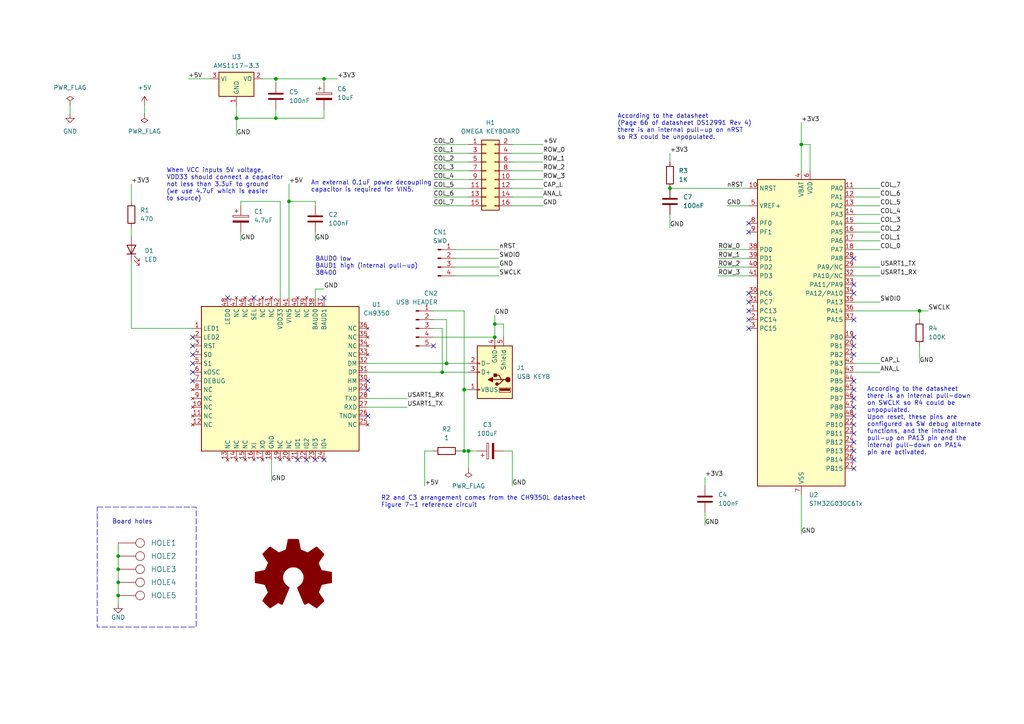
<source format=kicad_sch>
(kicad_sch (version 20230121) (generator eeschema)
  (paper "A4")
  (title_block (title "OMEGA USB Keyboard Control v1") (date "2024-01-07") (rev "A") (company "Albert Herranz"))
  (lib_symbols
    (symbol "Connector:Conn_01x04_Pin" (pin_names (offset 1.016) hide)
      (property "Reference" "J" (at 0 5.08 0))
      (property "Value" "Conn_01x04_Pin" (at 0 -7.62 0))
      (symbol "Conn_01x04_Pin_1_1"
        (polyline (pts (xy 1.27 -5.08) (xy 0.8636 -5.08)) (stroke (width 0.1524)))
        (polyline (pts (xy 1.27 -2.54) (xy 0.8636 -2.54)) (stroke (width 0.1524)))
        (polyline (pts (xy 1.27 0) (xy 0.8636 0)) (stroke (width 0.1524)))
        (polyline (pts (xy 1.27 2.54) (xy 0.8636 2.54)) (stroke (width 0.1524)))
        (rectangle (start 0.8636 -4.953) (end 0 -5.207) (stroke (width 0.1524)) (fill (type outline)))
        (rectangle (start 0.8636 -2.413) (end 0 -2.667) (stroke (width 0.1524)) (fill (type outline)))
        (rectangle (start 0.8636 0.127) (end 0 -0.127) (stroke (width 0.1524)) (fill (type outline)))
        (rectangle (start 0.8636 2.667) (end 0 2.413) (stroke (width 0.1524)) (fill (type outline)))
        (pin passive line (at 5.08 2.54 180) (length 3.81) (name "Pin_1") (number "1"))
        (pin passive line (at 5.08 0 180) (length 3.81) (name "Pin_2") (number "2"))
        (pin passive line (at 5.08 -2.54 180) (length 3.81) (name "Pin_3") (number "3"))
        (pin passive line (at 5.08 -5.08 180) (length 3.81) (name "Pin_4") (number "4"))
      )
    )
    (symbol "Connector:Conn_01x05_Pin" (pin_names (offset 1.016) hide)
      (property "Reference" "J" (at 0 7.62 0))
      (property "Value" "Conn_01x05_Pin" (at 0 -7.62 0))
      (symbol "Conn_01x05_Pin_1_1"
        (polyline (pts (xy 1.27 -5.08) (xy 0.8636 -5.08)) (stroke (width 0.1524)))
        (polyline (pts (xy 1.27 -2.54) (xy 0.8636 -2.54)) (stroke (width 0.1524)))
        (polyline (pts (xy 1.27 0) (xy 0.8636 0)) (stroke (width 0.1524)))
        (polyline (pts (xy 1.27 2.54) (xy 0.8636 2.54)) (stroke (width 0.1524)))
        (polyline (pts (xy 1.27 5.08) (xy 0.8636 5.08)) (stroke (width 0.1524)))
        (rectangle (start 0.8636 -4.953) (end 0 -5.207) (stroke (width 0.1524)) (fill (type outline)))
        (rectangle (start 0.8636 -2.413) (end 0 -2.667) (stroke (width 0.1524)) (fill (type outline)))
        (rectangle (start 0.8636 0.127) (end 0 -0.127) (stroke (width 0.1524)) (fill (type outline)))
        (rectangle (start 0.8636 2.667) (end 0 2.413) (stroke (width 0.1524)) (fill (type outline)))
        (rectangle (start 0.8636 5.207) (end 0 4.953) (stroke (width 0.1524)) (fill (type outline)))
        (pin passive line (at 5.08 5.08 180) (length 3.81) (name "Pin_1") (number "1"))
        (pin passive line (at 5.08 2.54 180) (length 3.81) (name "Pin_2") (number "2"))
        (pin passive line (at 5.08 0 180) (length 3.81) (name "Pin_3") (number "3"))
        (pin passive line (at 5.08 -2.54 180) (length 3.81) (name "Pin_4") (number "4"))
        (pin passive line (at 5.08 -5.08 180) (length 3.81) (name "Pin_5") (number "5"))
      )
    )
    (symbol "Connector:USB_A" (pin_names (offset 1.016))
      (property "Reference" "J" (at -5.08 11.43 0))
      (property "Value" "USB_A" (at -5.08 8.89 0))
      (symbol "USB_A_0_1"
        (rectangle (start -5.08 -7.62) (end 5.08 7.62) (stroke (width 0.254)) (fill (type background)))
        (circle (center -3.81 2.159) (radius 0.635) (stroke (width 0.254)) (fill (type outline)))
        (rectangle (start -1.524 4.826) (end -4.318 5.334) (fill (type outline)))
        (rectangle (start -1.27 4.572) (end -4.572 5.842))
        (circle (center -0.635 3.429) (radius 0.381) (stroke (width 0.254)) (fill (type outline)))
        (rectangle (start -0.127 -7.62) (end 0.127 -6.858))
        (polyline (pts (xy -3.175 2.159) (xy -2.54 2.159) (xy -1.27 3.429) (xy -0.635 3.429)) (stroke (width 0.254)))
        (polyline (pts (xy -2.54 2.159) (xy -1.905 2.159) (xy -1.27 0.889) (xy 0 0.889)) (stroke (width 0.254)))
        (polyline (pts (xy 0.635 2.794) (xy 0.635 1.524) (xy 1.905 2.159) (xy 0.635 2.794)) (stroke (width 0.254)) (fill (type outline)))
        (rectangle (start 0.254 1.27) (end -0.508 0.508) (stroke (width 0.254)) (fill (type outline)))
        (rectangle (start 5.08 -2.667) (end 4.318 -2.413))
        (rectangle (start 5.08 -0.127) (end 4.318 0.127))
        (rectangle (start 5.08 4.953) (end 4.318 5.207))
      )
      (symbol "USB_A_1_1"
        (polyline (pts (xy -1.905 2.159) (xy 0.635 2.159)) (stroke (width 0.254)))
        (pin power_in line (at 7.62 5.08 180) (length 2.54) (name "VBUS") (number "1"))
        (pin bidirectional line (at 7.62 -2.54 180) (length 2.54) (name "D-") (number "2"))
        (pin bidirectional line (at 7.62 0 180) (length 2.54) (name "D+") (number "3"))
        (pin power_in line (at 0 -10.16 90) (length 2.54) (name "GND") (number "4"))
        (pin passive line (at -2.54 -10.16 90) (length 2.54) (name "Shield") (number "5"))
      )
    )
    (symbol "Connector_Generic:Conn_02x08_Odd_Even" (pin_names (offset 1.016) hide)
      (property "Reference" "J" (at 1.27 10.16 0))
      (property "Value" "Conn_02x08_Odd_Even" (at 1.27 -12.7 0))
      (symbol "Conn_02x08_Odd_Even_1_1"
        (rectangle (start -1.27 -10.033) (end 0 -10.287) (stroke (width 0.1524)))
        (rectangle (start -1.27 -7.493) (end 0 -7.747) (stroke (width 0.1524)))
        (rectangle (start -1.27 -4.953) (end 0 -5.207) (stroke (width 0.1524)))
        (rectangle (start -1.27 -2.413) (end 0 -2.667) (stroke (width 0.1524)))
        (rectangle (start -1.27 0.127) (end 0 -0.127) (stroke (width 0.1524)))
        (rectangle (start -1.27 2.667) (end 0 2.413) (stroke (width 0.1524)))
        (rectangle (start -1.27 5.207) (end 0 4.953) (stroke (width 0.1524)))
        (rectangle (start -1.27 7.747) (end 0 7.493) (stroke (width 0.1524)))
        (rectangle (start -1.27 8.89) (end 3.81 -11.43) (stroke (width 0.254)) (fill (type background)))
        (rectangle (start 3.81 -10.033) (end 2.54 -10.287) (stroke (width 0.1524)))
        (rectangle (start 3.81 -7.493) (end 2.54 -7.747) (stroke (width 0.1524)))
        (rectangle (start 3.81 -4.953) (end 2.54 -5.207) (stroke (width 0.1524)))
        (rectangle (start 3.81 -2.413) (end 2.54 -2.667) (stroke (width 0.1524)))
        (rectangle (start 3.81 0.127) (end 2.54 -0.127) (stroke (width 0.1524)))
        (rectangle (start 3.81 2.667) (end 2.54 2.413) (stroke (width 0.1524)))
        (rectangle (start 3.81 5.207) (end 2.54 4.953) (stroke (width 0.1524)))
        (rectangle (start 3.81 7.747) (end 2.54 7.493) (stroke (width 0.1524)))
        (pin passive line (at -5.08 7.62 0) (length 3.81) (name "Pin_1") (number "1"))
        (pin passive line (at 7.62 -2.54 180) (length 3.81) (name "Pin_10") (number "10"))
        (pin passive line (at -5.08 -5.08 0) (length 3.81) (name "Pin_11") (number "11"))
        (pin passive line (at 7.62 -5.08 180) (length 3.81) (name "Pin_12") (number "12"))
        (pin passive line (at -5.08 -7.62 0) (length 3.81) (name "Pin_13") (number "13"))
        (pin passive line (at 7.62 -7.62 180) (length 3.81) (name "Pin_14") (number "14"))
        (pin passive line (at -5.08 -10.16 0) (length 3.81) (name "Pin_15") (number "15"))
        (pin passive line (at 7.62 -10.16 180) (length 3.81) (name "Pin_16") (number "16"))
        (pin passive line (at 7.62 7.62 180) (length 3.81) (name "Pin_2") (number "2"))
        (pin passive line (at -5.08 5.08 0) (length 3.81) (name "Pin_3") (number "3"))
        (pin passive line (at 7.62 5.08 180) (length 3.81) (name "Pin_4") (number "4"))
        (pin passive line (at -5.08 2.54 0) (length 3.81) (name "Pin_5") (number "5"))
        (pin passive line (at 7.62 2.54 180) (length 3.81) (name "Pin_6") (number "6"))
        (pin passive line (at -5.08 0 0) (length 3.81) (name "Pin_7") (number "7"))
        (pin passive line (at 7.62 0 180) (length 3.81) (name "Pin_8") (number "8"))
        (pin passive line (at -5.08 -2.54 0) (length 3.81) (name "Pin_9") (number "9"))
      )
    )
    (symbol "Device:C" (pin_numbers hide) (pin_names (offset 0.254))
      (property "Reference" "C" (at 0.635 2.54 0))
      (property "Value" "C" (at 0.635 -2.54 0))
      (symbol "C_0_1"
        (polyline (pts (xy -2.032 -0.762) (xy 2.032 -0.762)) (stroke (width 0.508)))
        (polyline (pts (xy -2.032 0.762) (xy 2.032 0.762)) (stroke (width 0.508)))
      )
      (symbol "C_1_1"
        (pin passive line (at 0 3.81 270) (length 2.794) (name "~") (number "1"))
        (pin passive line (at 0 -3.81 90) (length 2.794) (name "~") (number "2"))
      )
    )
    (symbol "Device:C_Polarized" (pin_numbers hide) (pin_names (offset 0.254))
      (property "Reference" "C" (at 0.635 2.54 0))
      (property "Value" "C_Polarized" (at 0.635 -2.54 0))
      (symbol "C_Polarized_0_1"
        (rectangle (start -2.286 0.508) (end 2.286 1.016))
        (polyline (pts (xy -1.778 2.286) (xy -0.762 2.286)))
        (polyline (pts (xy -1.27 2.794) (xy -1.27 1.778)))
        (rectangle (start 2.286 -0.508) (end -2.286 -1.016) (fill (type outline)))
      )
      (symbol "C_Polarized_1_1"
        (pin passive line (at 0 3.81 270) (length 2.794) (name "~") (number "1"))
        (pin passive line (at 0 -3.81 90) (length 2.794) (name "~") (number "2"))
      )
    )
    (symbol "Device:LED" (pin_numbers hide) (pin_names (offset 1.016) hide)
      (property "Reference" "D" (at 0 2.54 0))
      (property "Value" "LED" (at 0 -2.54 0))
      (symbol "LED_0_1"
        (polyline (pts (xy -1.27 -1.27) (xy -1.27 1.27)) (stroke (width 0.254)))
        (polyline (pts (xy -1.27 0) (xy 1.27 0)))
        (polyline (pts (xy 1.27 -1.27) (xy 1.27 1.27) (xy -1.27 0) (xy 1.27 -1.27)) (stroke (width 0.254)))
        (polyline (pts (xy -3.048 -0.762) (xy -4.572 -2.286) (xy -3.81 -2.286) (xy -4.572 -2.286) (xy -4.572 -1.524)))
        (polyline (pts (xy -1.778 -0.762) (xy -3.302 -2.286) (xy -2.54 -2.286) (xy -3.302 -2.286) (xy -3.302 -1.524)))
      )
      (symbol "LED_1_1"
        (pin passive line (at -3.81 0 0) (length 2.54) (name "K") (number "1"))
        (pin passive line (at 3.81 0 180) (length 2.54) (name "A") (number "2"))
      )
    )
    (symbol "Device:R" (pin_numbers hide) (pin_names (offset 0))
      (property "Reference" "R" (at 2.032 0 90))
      (property "Value" "R" (at 0 0 90))
      (symbol "R_0_1"
        (rectangle (start -1.016 -2.54) (end 1.016 2.54) (stroke (width 0.254)))
      )
      (symbol "R_1_1"
        (pin passive line (at 0 3.81 270) (length 1.27) (name "~") (number "1"))
        (pin passive line (at 0 -3.81 90) (length 1.27) (name "~") (number "2"))
      )
    )
    (symbol "Graphic:Logo_Open_Hardware_Large" (pin_numbers hide) (pin_names hide) (in_bom no) (on_board no)
      (symbol "Logo_Open_Hardware_Large_1_1"
        (polyline (pts (xy 6.731 -8.7122) (xy 6.6294 -8.6614) (xy 6.35 -8.4836) (xy 5.9944 -8.255) (xy 5.5372 -7.9502) (xy 5.1054 -7.6454) (xy 4.7498 -7.4168) (xy 4.4958 -7.239) (xy 4.3942 -7.1882) (xy 4.318 -7.2136) (xy 4.1148 -7.3152) (xy 3.81 -7.4676) (xy 3.6322 -7.5692) (xy 3.3528 -7.6708) (xy 3.2258 -7.6962) (xy 3.2004 -7.6708) (xy 3.0988 -7.4676) (xy 2.9464 -7.0866) (xy 2.7178 -6.604) (xy 2.4892 -6.0452) (xy 2.2352 -5.4356) (xy 1.9558 -4.826) (xy 1.7272 -4.2164) (xy 1.4986 -3.683) (xy 1.3208 -3.2512) (xy 1.2192 -2.9464) (xy 1.1684 -2.8194) (xy 1.1938 -2.794) (xy 1.3208 -2.667) (xy 1.5748 -2.4892) (xy 2.0828 -2.0574) (xy 2.6162 -1.397) (xy 2.921 -0.6604) (xy 3.048 0.1524) (xy 2.9464 0.9144) (xy 2.6416 1.6256) (xy 2.1336 2.286) (xy 1.524 2.7686) (xy 0.8128 3.0734) (xy 0 3.175) (xy -0.762 3.0988) (xy -1.4986 2.794) (xy -2.159 2.286) (xy -2.4384 1.9812) (xy -2.8194 1.3208) (xy -3.048 0.6096) (xy -3.0734 0.4318) (xy -3.0226 -0.3556) (xy -2.794 -1.0922) (xy -2.3876 -1.7526) (xy -1.8288 -2.3114) (xy -1.7526 -2.3622) (xy -1.4732 -2.5654) (xy -1.2954 -2.6924) (xy -1.1684 -2.8194) (xy -2.159 -5.207) (xy -2.3114 -5.588) (xy -2.5908 -6.2484) (xy -2.8194 -6.8072) (xy -3.0226 -7.2644) (xy -3.1496 -7.5692) (xy -3.2258 -7.6708) (xy -3.2258 -7.6962) (xy -3.302 -7.6962) (xy -3.4798 -7.6454) (xy -3.8354 -7.4676) (xy -4.0386 -7.366) (xy -4.2926 -7.239) (xy -4.4196 -7.1882) (xy -4.5212 -7.239) (xy -4.7498 -7.3914) (xy -5.1054 -7.6454) (xy -5.5372 -7.9248) (xy -5.9436 -8.2042) (xy -6.3246 -8.4582) (xy -6.604 -8.636) (xy -6.731 -8.7122) (xy -6.7564 -8.7122) (xy -6.858 -8.636) (xy -7.0866 -8.4582) (xy -7.4168 -8.1534) (xy -7.874 -7.6962) (xy -7.9502 -7.62) (xy -8.3312 -7.239) (xy -8.636 -6.9088) (xy -8.8392 -6.6802) (xy -8.9154 -6.5786) (xy -8.9154 -6.5786) (xy -8.8392 -6.4516) (xy -8.6614 -6.1722) (xy -8.4328 -5.7912) (xy -8.128 -5.3594) (xy -7.3152 -4.191) (xy -7.7724 -3.0988) (xy -7.8994 -2.7686) (xy -8.0772 -2.3622) (xy -8.2042 -2.0828) (xy -8.255 -1.9558) (xy -8.382 -1.905) (xy -8.6614 -1.8542) (xy -9.0932 -1.7526) (xy -9.6266 -1.651) (xy -10.1092 -1.5748) (xy -10.541 -1.4732) (xy -10.8712 -1.4224) (xy -11.0236 -1.397) (xy -11.049 -1.3716) (xy -11.0744 -1.2954) (xy -11.0998 -1.143) (xy -11.0998 -0.889) (xy -11.1252 -0.4572) (xy -11.1252 0.1524) (xy -11.1252 0.2286) (xy -11.0998 0.8128) (xy -11.0998 1.27) (xy -11.0744 1.5494) (xy -11.0744 1.6764) (xy -11.0744 1.6764) (xy -10.922 1.7018) (xy -10.6172 1.778) (xy -10.16 1.8542) (xy -9.652 1.9558) (xy -9.6012 1.9812) (xy -9.0932 2.0828) (xy -8.636 2.159) (xy -8.3312 2.2352) (xy -8.2042 2.286) (xy -8.1788 2.3114) (xy -8.0772 2.5146) (xy -7.9248 2.8448) (xy -7.747 3.2512) (xy -7.5692 3.6576) (xy -7.4168 4.0386) (xy -7.3152 4.318) (xy -7.2898 4.445) (xy -7.2898 4.445) (xy -7.366 4.572) (xy -7.5438 4.826) (xy -7.7978 5.207) (xy -8.128 5.6642) (xy -8.128 5.6896) (xy -8.4328 6.1468) (xy -8.6868 6.5278) (xy -8.8392 6.7818) (xy -8.9154 6.9088) (xy -8.9154 6.9088) (xy -8.8138 7.0358) (xy -8.5852 7.2898) (xy -8.255 7.6454) (xy -7.874 8.0264) (xy -7.747 8.1534) (xy -7.3152 8.5852) (xy -7.0104 8.8646) (xy -6.8326 8.9916) (xy -6.731 9.0424) (xy -6.731 9.0424) (xy -6.604 8.9408) (xy -6.3246 8.763) (xy -5.9436 8.509) (xy -5.4864 8.2042) (xy -5.461 8.1788) (xy -5.0038 7.874) (xy -4.6482 7.62) (xy -4.3688 7.4422) (xy -4.2672 7.3914) (xy -4.2418 7.3914) (xy -4.064 7.4422) (xy -3.7338 7.5438) (xy -3.3528 7.6962) (xy -2.9464 7.874) (xy -2.5654 8.0264) (xy -2.286 8.1534) (xy -2.159 8.2296) (xy -2.159 8.2296) (xy -2.1082 8.382) (xy -2.032 8.7122) (xy -1.9304 9.1694) (xy -1.8288 9.7282) (xy -1.8034 9.8044) (xy -1.7018 10.3378) (xy -1.6256 10.7696) (xy -1.5748 11.0744) (xy -1.524 11.2014) (xy -1.4478 11.2268) (xy -1.1938 11.2522) (xy -0.8128 11.2522) (xy -0.3302 11.2522) (xy 0.1524 11.2522) (xy 0.6604 11.2522) (xy 1.0668 11.2268) (xy 1.3716 11.2014) (xy 1.4986 11.176) (xy 1.4986 11.176) (xy 1.5494 11.0236) (xy 1.6256 10.6934) (xy 1.7018 10.2108) (xy 1.8288 9.6774) (xy 1.8288 9.5758) (xy 1.9304 9.0424) (xy 2.032 8.6106) (xy 2.0828 8.3058) (xy 2.1336 8.2042) (xy 2.159 8.1788) (xy 2.3876 8.0772) (xy 2.7432 7.9248) (xy 3.175 7.747) (xy 4.191 7.3406) (xy 5.461 8.2042) (xy 5.5626 8.2804) (xy 6.0198 8.5852) (xy 6.3754 8.8392) (xy 6.6294 8.9916) (xy 6.7564 9.0424) (xy 6.7564 9.0424) (xy 6.8834 8.9408) (xy 7.1374 8.7122) (xy 7.4676 8.382) (xy 7.8486 7.9756) (xy 8.1534 7.6962) (xy 8.4836 7.3406) (xy 8.7122 7.112) (xy 8.8392 6.9596) (xy 8.8646 6.858) (xy 8.8646 6.8072) (xy 8.7884 6.6802) (xy 8.6106 6.4008) (xy 8.3312 6.0198) (xy 8.0264 5.588) (xy 7.7978 5.207) (xy 7.5184 4.8006) (xy 7.3406 4.4958) (xy 7.2898 4.3434) (xy 7.2898 4.2926) (xy 7.3914 4.0386) (xy 7.5184 3.683) (xy 7.7216 3.2258) (xy 8.1534 2.2352) (xy 8.7884 2.1082) (xy 9.1948 2.0574) (xy 9.7536 1.9304) (xy 10.2616 1.8288) (xy 11.0998 1.6764) (xy 11.1252 -1.3208) (xy 10.9982 -1.3716) (xy 10.8712 -1.397) (xy 10.5664 -1.4732) (xy 10.1346 -1.5494) (xy 9.6266 -1.651) (xy 9.1948 -1.7272) (xy 8.7376 -1.8288) (xy 8.4328 -1.8796) (xy 8.2804 -1.905) (xy 8.255 -1.9558) (xy 8.1534 -2.159) (xy 7.9756 -2.5146) (xy 7.8232 -2.921) (xy 7.6454 -3.3274) (xy 7.493 -3.7338) (xy 7.366 -4.0132) (xy 7.3406 -4.191) (xy 7.3914 -4.2926) (xy 7.5692 -4.5466) (xy 7.7978 -4.9276) (xy 8.1026 -5.3594) (xy 8.4074 -5.7912) (xy 8.6614 -6.1722) (xy 8.8138 -6.4262) (xy 8.89 -6.5532) (xy 8.8646 -6.6548) (xy 8.6868 -6.858) (xy 8.3566 -7.1882) (xy 7.874 -7.6708) (xy 7.7978 -7.747) (xy 7.3914 -8.128) (xy 7.0612 -8.4328) (xy 6.8326 -8.636) (xy 6.731 -8.7122)) (fill (type outline)))
      )
    )
    (symbol "MCU_ST_STM32G0:STM32G030C6Tx"
      (property "Reference" "U" (at -12.7 46.99 0))
      (property "Value" "STM32G030C6Tx" (at 5.08 46.99 0))
      (symbol "STM32G030C6Tx_0_1"
        (rectangle (start -12.7 -43.18) (end 12.7 45.72) (stroke (width 0.254)) (fill (type background)))
      )
      (symbol "STM32G030C6Tx_1_1"
        (pin bidirectional line (at -15.24 7.62 0) (length 2.54) (name "PC13") (number "1"))
        (pin input line (at -15.24 43.18 0) (length 2.54) (name "NRST") (number "10"))
        (pin bidirectional line (at 15.24 43.18 180) (length 2.54) (name "PA0") (number "11"))
        (pin bidirectional line (at 15.24 40.64 180) (length 2.54) (name "PA1") (number "12"))
        (pin bidirectional line (at 15.24 38.1 180) (length 2.54) (name "PA2") (number "13"))
        (pin bidirectional line (at 15.24 35.56 180) (length 2.54) (name "PA3") (number "14"))
        (pin bidirectional line (at 15.24 33.02 180) (length 2.54) (name "PA4") (number "15"))
        (pin bidirectional line (at 15.24 30.48 180) (length 2.54) (name "PA5") (number "16"))
        (pin bidirectional line (at 15.24 27.94 180) (length 2.54) (name "PA6") (number "17"))
        (pin bidirectional line (at 15.24 25.4 180) (length 2.54) (name "PA7") (number "18"))
        (pin bidirectional line (at 15.24 0 180) (length 2.54) (name "PB0") (number "19"))
        (pin bidirectional line (at -15.24 5.08 0) (length 2.54) (name "PC14") (number "2"))
        (pin bidirectional line (at 15.24 -2.54 180) (length 2.54) (name "PB1") (number "20"))
        (pin bidirectional line (at 15.24 -5.08 180) (length 2.54) (name "PB2") (number "21"))
        (pin bidirectional line (at 15.24 -25.4 180) (length 2.54) (name "PB10") (number "22"))
        (pin bidirectional line (at 15.24 -27.94 180) (length 2.54) (name "PB11") (number "23"))
        (pin bidirectional line (at 15.24 -30.48 180) (length 2.54) (name "PB12") (number "24"))
        (pin bidirectional line (at 15.24 -33.02 180) (length 2.54) (name "PB13") (number "25"))
        (pin bidirectional line (at 15.24 -35.56 180) (length 2.54) (name "PB14") (number "26"))
        (pin bidirectional line (at 15.24 -38.1 180) (length 2.54) (name "PB15") (number "27"))
        (pin bidirectional line (at 15.24 22.86 180) (length 2.54) (name "PA8") (number "28"))
        (pin bidirectional line (at 15.24 20.32 180) (length 2.54) (name "PA9/NC") (number "29"))
        (pin bidirectional line (at -15.24 2.54 0) (length 2.54) (name "PC15") (number "3"))
        (pin bidirectional line (at -15.24 12.7 0) (length 2.54) (name "PC6") (number "30"))
        (pin bidirectional line (at -15.24 10.16 0) (length 2.54) (name "PC7") (number "31"))
        (pin bidirectional line (at 15.24 17.78 180) (length 2.54) (name "PA10/NC") (number "32"))
        (pin bidirectional line (at 15.24 15.24 180) (length 2.54) (name "PA11/PA9") (number "33"))
        (pin bidirectional line (at 15.24 12.7 180) (length 2.54) (name "PA12/PA10") (number "34"))
        (pin bidirectional line (at 15.24 10.16 180) (length 2.54) (name "PA13") (number "35"))
        (pin bidirectional line (at 15.24 7.62 180) (length 2.54) (name "PA14") (number "36"))
        (pin bidirectional line (at 15.24 5.08 180) (length 2.54) (name "PA15") (number "37"))
        (pin bidirectional line (at -15.24 25.4 0) (length 2.54) (name "PD0") (number "38"))
        (pin bidirectional line (at -15.24 22.86 0) (length 2.54) (name "PD1") (number "39"))
        (pin power_in line (at 0 48.26 270) (length 2.54) (name "VBAT") (number "4"))
        (pin bidirectional line (at -15.24 20.32 0) (length 2.54) (name "PD2") (number "40"))
        (pin bidirectional line (at -15.24 17.78 0) (length 2.54) (name "PD3") (number "41"))
        (pin bidirectional line (at 15.24 -7.62 180) (length 2.54) (name "PB3") (number "42"))
        (pin bidirectional line (at 15.24 -10.16 180) (length 2.54) (name "PB4") (number "43"))
        (pin bidirectional line (at 15.24 -12.7 180) (length 2.54) (name "PB5") (number "44"))
        (pin bidirectional line (at 15.24 -15.24 180) (length 2.54) (name "PB6") (number "45"))
        (pin bidirectional line (at 15.24 -17.78 180) (length 2.54) (name "PB7") (number "46"))
        (pin bidirectional line (at 15.24 -20.32 180) (length 2.54) (name "PB8") (number "47"))
        (pin bidirectional line (at 15.24 -22.86 180) (length 2.54) (name "PB9") (number "48"))
        (pin input line (at -15.24 38.1 0) (length 2.54) (name "VREF+") (number "5"))
        (pin power_in line (at 2.54 48.26 270) (length 2.54) (name "VDD") (number "6"))
        (pin power_in line (at 0 -45.72 90) (length 2.54) (name "VSS") (number "7"))
        (pin bidirectional line (at -15.24 33.02 0) (length 2.54) (name "PF0") (number "8"))
        (pin bidirectional line (at -15.24 30.48 0) (length 2.54) (name "PF1") (number "9"))
      )
    )
    (symbol "Regulator_Linear:AMS1117-3.3"
      (property "Reference" "U" (at -3.81 3.175 0))
      (property "Value" "AMS1117-3.3" (at 0 3.175 0))
      (symbol "AMS1117-3.3_0_1"
        (rectangle (start -5.08 -5.08) (end 5.08 1.905) (stroke (width 0.254)) (fill (type background)))
      )
      (symbol "AMS1117-3.3_1_1"
        (pin power_in line (at 0 -7.62 90) (length 2.54) (name "GND") (number "1"))
        (pin power_out line (at 7.62 0 180) (length 2.54) (name "VO") (number "2"))
        (pin power_in line (at -7.62 0 0) (length 2.54) (name "VI") (number "3"))
      )
    )
    (symbol "my_components:CH9350L"
      (property "Reference" "U" (at 15.24 11.43 0))
      (property "Value" "CH9350L" (at 19.05 8.89 0))
      (symbol "CH9350L_1_1"
        (rectangle (start -10.16 30.48) (end 35.56 -11.43) (stroke (width 0.254)) (fill (type background)))
        (pin output line (at -12.7 24.13 0) (length 2.54) (name "LED1") (number "1"))
        (pin no_connect line (at -12.7 1.27 0) (length 2.54) (name "NC") (number "10"))
        (pin no_connect line (at -12.7 -1.27 0) (length 2.54) (name "NC") (number "11"))
        (pin no_connect line (at -12.7 -3.81 0) (length 2.54) (name "NC") (number "12"))
        (pin no_connect line (at -2.54 -13.97 90) (length 2.54) (name "NC") (number "13"))
        (pin no_connect line (at 0 -13.97 90) (length 2.54) (name "NC") (number "14"))
        (pin no_connect line (at 2.54 -13.97 90) (length 2.54) (name "NC") (number "15"))
        (pin no_connect line (at 5.08 -13.97 90) (length 2.54) (name "XI") (number "16"))
        (pin no_connect line (at 7.62 -13.97 90) (length 2.54) (name "XO") (number "17"))
        (pin power_in line (at 10.16 -13.97 90) (length 2.54) (name "GND") (number "18"))
        (pin no_connect line (at 12.7 -13.97 90) (length 2.54) (name "NC") (number "19"))
        (pin output line (at -12.7 21.59 0) (length 2.54) (name "LED2") (number "2"))
        (pin no_connect line (at 15.24 -13.97 90) (length 2.54) (name "NC") (number "20"))
        (pin bidirectional line (at 17.78 -13.97 90) (length 2.54) (name "IO1") (number "21"))
        (pin bidirectional line (at 20.32 -13.97 90) (length 2.54) (name "IO2") (number "22"))
        (pin bidirectional line (at 22.86 -13.97 90) (length 2.54) (name "IO3") (number "23"))
        (pin bidirectional line (at 25.4 -13.97 90) (length 2.54) (name "IO4") (number "24"))
        (pin no_connect line (at 38.1 -3.81 180) (length 2.54) (name "NC") (number "25"))
        (pin output line (at 38.1 -1.27 180) (length 2.54) (name "TNOW") (number "26"))
        (pin input line (at 38.1 1.27 180) (length 2.54) (name "RXD") (number "27"))
        (pin output line (at 38.1 3.81 180) (length 2.54) (name "TXD") (number "28"))
        (pin bidirectional line (at 38.1 6.35 180) (length 2.54) (name "HP") (number "29"))
        (pin input line (at -12.7 19.05 0) (length 2.54) (name "RST") (number "3"))
        (pin bidirectional line (at 38.1 8.89 180) (length 2.54) (name "HM") (number "30"))
        (pin bidirectional line (at 38.1 11.43 180) (length 2.54) (name "DP") (number "31"))
        (pin bidirectional line (at 38.1 13.97 180) (length 2.54) (name "DM") (number "32"))
        (pin no_connect line (at 38.1 16.51 180) (length 2.54) (name "NC") (number "33"))
        (pin no_connect line (at 38.1 19.05 180) (length 2.54) (name "NC") (number "34"))
        (pin no_connect line (at 38.1 21.59 180) (length 2.54) (name "NC") (number "35"))
        (pin no_connect line (at 38.1 24.13 180) (length 2.54) (name "NC") (number "36"))
        (pin input line (at 25.4 33.02 270) (length 2.54) (name "BAUD1") (number "37"))
        (pin input line (at 22.86 33.02 270) (length 2.54) (name "BAUD0") (number "38"))
        (pin no_connect line (at 20.32 33.02 270) (length 2.54) (name "NC") (number "39"))
        (pin input line (at -12.7 16.51 0) (length 2.54) (name "S0") (number "4"))
        (pin no_connect line (at 17.78 33.02 270) (length 2.54) (name "NC") (number "40"))
        (pin power_in line (at 15.24 33.02 270) (length 2.54) (name "VIN5") (number "41"))
        (pin power_out line (at 12.7 33.02 270) (length 2.54) (name "VDD33") (number "42"))
        (pin no_connect line (at 10.16 33.02 270) (length 2.54) (name "NC") (number "43"))
        (pin no_connect line (at 7.62 33.02 270) (length 2.54) (name "NC") (number "44"))
        (pin input line (at 5.08 33.02 270) (length 2.54) (name "SEL") (number "45"))
        (pin no_connect line (at 2.54 33.02 270) (length 2.54) (name "NC") (number "46"))
        (pin no_connect line (at 0 33.02 270) (length 2.54) (name "NC") (number "47"))
        (pin output line (at -2.54 33.02 270) (length 2.54) (name "LED0") (number "48"))
        (pin input line (at -12.7 13.97 0) (length 2.54) (name "S1") (number "5"))
        (pin input line (at -12.7 11.43 0) (length 2.54) (name "xOSC") (number "6"))
        (pin output line (at -12.7 8.89 0) (length 2.54) (name "DEBUG") (number "7"))
        (pin no_connect line (at -12.7 6.35 0) (length 2.54) (name "NC") (number "8"))
        (pin no_connect line (at -12.7 3.81 0) (length 2.54) (name "NC") (number "9"))
      )
    )
    (symbol "my_components:HOLE" (pin_numbers hide) (pin_names (offset 1.016) hide)
      (property "Reference" "HOLE1" (at 3.048 0 0))
      (symbol "HOLE_0_1"
        (circle (center 0 0) (radius 1.27))
      )
      (symbol "HOLE_1_1"
        (pin input line (at -6.35 0 0) (length 5.08) (name "~") (number "1"))
      )
    )
    (symbol "power:+5V" (power) (pin_names (offset 0))
      (property "Value" "+5V" (at 0 3.556 0))
      (symbol "+5V_0_1"
        (polyline (pts (xy -0.762 1.27) (xy 0 2.54)))
        (polyline (pts (xy 0 0) (xy 0 2.54)))
        (polyline (pts (xy 0 2.54) (xy 0.762 1.27)))
      )
      (symbol "+5V_1_1"
        (pin power_in line (at 0 0 90) (length 0) hide (name "+5V") (number "1"))
      )
    )
    (symbol "power:GND" (power) (pin_names (offset 0))
      (property "Value" "GND" (at 0 -3.81 0))
      (symbol "GND_0_1"
        (polyline (pts (xy 0 0) (xy 0 -1.27) (xy 1.27 -1.27) (xy 0 -2.54) (xy -1.27 -1.27) (xy 0 -1.27)))
      )
      (symbol "GND_1_1"
        (pin power_in line (at 0 0 270) (length 0) hide (name "GND") (number "1"))
      )
    )
    (symbol "power:PWR_FLAG" (power) (pin_numbers hide) (pin_names (offset 0) hide)
      (property "Value" "PWR_FLAG" (at 0 3.81 0))
      (symbol "PWR_FLAG_0_0"
        (pin power_out line (at 0 0 90) (length 0) (name "pwr") (number "1"))
      )
      (symbol "PWR_FLAG_0_1"
        (polyline (pts (xy 0 0) (xy 0 1.27) (xy -1.016 1.905) (xy 0 2.54) (xy 1.016 1.905) (xy 0 1.27)))
      )
    )
  )
  (junction (at 80.01 34.29))
  (junction (at 68.58 34.29))
  (junction (at 129.54 105.41))
  (junction (at 135.89 130.81))
  (junction (at 143.51 97.79))
  (junction (at 34.29 168.91))
  (junction (at 134.62 130.81))
  (junction (at 143.51 93.98))
  (junction (at 93.98 22.86))
  (junction (at 80.01 22.86))
  (junction (at 34.29 165.1))
  (junction (at 266.7 90.17))
  (junction (at 232.41 41.91))
  (junction (at 34.29 172.72))
  (junction (at 134.62 113.03))
  (junction (at 194.31 54.61))
  (junction (at 34.29 161.29))
  (junction (at 128.27 107.95))
  (junction (at 83.82 58.42))
  (no_connect (at 91.44 133.35))
  (no_connect (at 55.88 100.33))
  (no_connect (at 247.65 92.71))
  (no_connect (at 217.17 64.77))
  (no_connect (at 247.65 115.57))
  (no_connect (at 88.9 133.35))
  (no_connect (at 247.65 128.27))
  (no_connect (at 55.88 102.87))
  (no_connect (at 247.65 120.65))
  (no_connect (at 106.68 120.65))
  (no_connect (at 247.65 130.81))
  (no_connect (at 55.88 97.79))
  (no_connect (at 93.98 133.35))
  (no_connect (at 247.65 102.87))
  (no_connect (at 247.65 113.03))
  (no_connect (at 217.17 95.25))
  (no_connect (at 217.17 67.31))
  (no_connect (at 217.17 85.09))
  (no_connect (at 55.88 110.49))
  (no_connect (at 247.65 125.73))
  (no_connect (at 106.68 110.49))
  (no_connect (at 247.65 74.93))
  (no_connect (at 247.65 110.49))
  (no_connect (at 217.17 87.63))
  (no_connect (at 247.65 133.35))
  (no_connect (at 93.98 86.36))
  (no_connect (at 247.65 100.33))
  (no_connect (at 66.04 86.36))
  (no_connect (at 73.66 86.36))
  (no_connect (at 55.88 107.95))
  (no_connect (at 247.65 82.55))
  (no_connect (at 247.65 85.09))
  (no_connect (at 86.36 133.35))
  (no_connect (at 247.65 123.19))
  (no_connect (at 217.17 90.17))
  (no_connect (at 125.73 100.33))
  (no_connect (at 55.88 105.41))
  (no_connect (at 247.65 135.89))
  (no_connect (at 247.65 97.79))
  (no_connect (at 106.68 113.03))
  (no_connect (at 217.17 92.71))
  (no_connect (at 247.65 118.11))
  (wire (pts (xy 255.27 80.01) (xy 247.65 80.01)))
  (wire (pts (xy 143.51 91.44) (xy 143.51 93.98)))
  (wire (pts (xy 91.44 83.82) (xy 91.44 86.36)))
  (wire (pts (xy 34.29 172.72) (xy 34.29 175.26)))
  (wire (pts (xy 34.29 161.29) (xy 34.29 165.1)))
  (wire (pts (xy 234.95 41.91) (xy 232.41 41.91)))
  (wire (pts (xy 106.68 107.95) (xy 128.27 107.95)))
  (wire (pts (xy 125.73 54.61) (xy 135.89 54.61)))
  (wire (pts (xy 132.08 77.47) (xy 144.78 77.47)))
  (wire (pts (xy 80.01 34.29) (xy 80.01 31.75)))
  (wire (pts (xy 125.73 46.99) (xy 135.89 46.99)))
  (wire (pts (xy 247.65 77.47) (xy 255.27 77.47)))
  (wire (pts (xy 93.98 83.82) (xy 91.44 83.82)))
  (wire (pts (xy 38.1 95.25) (xy 38.1 76.2)))
  (wire (pts (xy 266.7 90.17) (xy 269.24 90.17)))
  (wire (pts (xy 38.1 95.25) (xy 55.88 95.25)))
  (wire (pts (xy 146.05 97.79) (xy 146.05 93.98)))
  (wire (pts (xy 247.65 62.23) (xy 255.27 62.23)))
  (wire (pts (xy 247.65 67.31) (xy 255.27 67.31)))
  (wire (pts (xy 148.59 52.07) (xy 157.48 52.07)))
  (wire (pts (xy 266.7 92.71) (xy 266.7 90.17)))
  (wire (pts (xy 123.19 130.81) (xy 123.19 140.97)))
  (wire (pts (xy 148.59 46.99) (xy 157.48 46.99)))
  (wire (pts (xy 34.29 157.48) (xy 34.29 161.29)))
  (wire (pts (xy 247.65 64.77) (xy 255.27 64.77)))
  (wire (pts (xy 134.62 113.03) (xy 134.62 130.81)))
  (wire (pts (xy 134.62 90.17) (xy 134.62 113.03)))
  (wire (pts (xy 247.65 107.95) (xy 255.27 107.95)))
  (wire (pts (xy 247.65 87.63) (xy 255.27 87.63)))
  (wire (pts (xy 80.01 34.29) (xy 93.98 34.29)))
  (wire (pts (xy 125.73 59.69) (xy 135.89 59.69)))
  (wire (pts (xy 232.41 143.51) (xy 232.41 154.94)))
  (wire (pts (xy 247.65 90.17) (xy 266.7 90.17)))
  (wire (pts (xy 208.28 80.01) (xy 217.17 80.01)))
  (wire (pts (xy 208.28 72.39) (xy 217.17 72.39)))
  (wire (pts (xy 54.61 22.86) (xy 60.96 22.86)))
  (wire (pts (xy 134.62 130.81) (xy 135.89 130.81)))
  (wire (pts (xy 125.73 52.07) (xy 135.89 52.07)))
  (wire (pts (xy 69.85 67.31) (xy 69.85 69.85)))
  (wire (pts (xy 133.35 130.81) (xy 134.62 130.81)))
  (wire (pts (xy 83.82 53.34) (xy 83.82 58.42)))
  (wire (pts (xy 106.68 118.11) (xy 118.11 118.11)))
  (wire (pts (xy 91.44 67.31) (xy 91.44 69.85)))
  (wire (pts (xy 204.47 138.43) (xy 204.47 140.97)))
  (wire (pts (xy 93.98 22.86) (xy 97.79 22.86)))
  (wire (pts (xy 81.28 58.42) (xy 69.85 58.42)))
  (wire (pts (xy 210.82 59.69) (xy 217.17 59.69)))
  (wire (pts (xy 125.73 44.45) (xy 135.89 44.45)))
  (wire (pts (xy 125.73 41.91) (xy 135.89 41.91)))
  (wire (pts (xy 148.59 57.15) (xy 157.48 57.15)))
  (wire (pts (xy 91.44 58.42) (xy 91.44 59.69)))
  (wire (pts (xy 143.51 93.98) (xy 143.51 97.79)))
  (wire (pts (xy 135.89 135.89) (xy 135.89 130.81)))
  (wire (pts (xy 76.2 22.86) (xy 80.01 22.86)))
  (wire (pts (xy 38.1 53.34) (xy 38.1 58.42)))
  (wire (pts (xy 146.05 93.98) (xy 143.51 93.98)))
  (wire (pts (xy 34.29 165.1) (xy 34.29 168.91)))
  (wire (pts (xy 266.7 105.41) (xy 266.7 100.33)))
  (wire (pts (xy 148.59 44.45) (xy 157.48 44.45)))
  (wire (pts (xy 148.59 49.53) (xy 157.48 49.53)))
  (wire (pts (xy 208.28 74.93) (xy 217.17 74.93)))
  (wire (pts (xy 68.58 30.48) (xy 68.58 34.29)))
  (wire (pts (xy 132.08 74.93) (xy 144.78 74.93)))
  (wire (pts (xy 128.27 95.25) (xy 128.27 107.95)))
  (wire (pts (xy 129.54 105.41) (xy 135.89 105.41)))
  (wire (pts (xy 80.01 24.13) (xy 80.01 22.86)))
  (wire (pts (xy 247.65 105.41) (xy 255.27 105.41)))
  (wire (pts (xy 128.27 107.95) (xy 135.89 107.95)))
  (wire (pts (xy 125.73 49.53) (xy 135.89 49.53)))
  (wire (pts (xy 148.59 54.61) (xy 157.48 54.61)))
  (wire (pts (xy 232.41 35.56) (xy 232.41 41.91)))
  (wire (pts (xy 81.28 86.36) (xy 81.28 58.42)))
  (wire (pts (xy 93.98 24.13) (xy 93.98 22.86)))
  (wire (pts (xy 129.54 92.71) (xy 129.54 105.41)))
  (wire (pts (xy 232.41 41.91) (xy 232.41 49.53)))
  (wire (pts (xy 194.31 66.04) (xy 194.31 62.23)))
  (wire (pts (xy 148.59 130.81) (xy 146.05 130.81)))
  (wire (pts (xy 34.29 168.91) (xy 34.29 172.72)))
  (wire (pts (xy 41.91 33.02) (xy 41.91 30.48)))
  (wire (pts (xy 194.31 54.61) (xy 217.17 54.61)))
  (wire (pts (xy 247.65 57.15) (xy 255.27 57.15)))
  (wire (pts (xy 125.73 97.79) (xy 143.51 97.79)))
  (wire (pts (xy 135.89 130.81) (xy 138.43 130.81)))
  (wire (pts (xy 68.58 34.29) (xy 80.01 34.29)))
  (wire (pts (xy 20.32 30.48) (xy 20.32 33.02)))
  (wire (pts (xy 247.65 59.69) (xy 255.27 59.69)))
  (wire (pts (xy 68.58 34.29) (xy 68.58 39.37)))
  (wire (pts (xy 132.08 80.01) (xy 144.78 80.01)))
  (wire (pts (xy 38.1 66.04) (xy 38.1 68.58)))
  (wire (pts (xy 83.82 58.42) (xy 91.44 58.42)))
  (wire (pts (xy 125.73 57.15) (xy 135.89 57.15)))
  (wire (pts (xy 80.01 22.86) (xy 93.98 22.86)))
  (wire (pts (xy 204.47 152.4) (xy 204.47 148.59)))
  (wire (pts (xy 247.65 72.39) (xy 255.27 72.39)))
  (wire (pts (xy 69.85 58.42) (xy 69.85 59.69)))
  (wire (pts (xy 125.73 90.17) (xy 134.62 90.17)))
  (wire (pts (xy 148.59 41.91) (xy 157.48 41.91)))
  (wire (pts (xy 83.82 58.42) (xy 83.82 86.36)))
  (wire (pts (xy 125.73 92.71) (xy 129.54 92.71)))
  (wire (pts (xy 247.65 54.61) (xy 255.27 54.61)))
  (wire (pts (xy 93.98 31.75) (xy 93.98 34.29)))
  (wire (pts (xy 208.28 77.47) (xy 217.17 77.47)))
  (wire (pts (xy 78.74 133.35) (xy 78.74 139.7)))
  (wire (pts (xy 148.59 130.81) (xy 148.59 140.97)))
  (wire (pts (xy 125.73 95.25) (xy 128.27 95.25)))
  (wire (pts (xy 234.95 49.53) (xy 234.95 41.91)))
  (wire (pts (xy 106.68 115.57) (xy 118.11 115.57)))
  (wire (pts (xy 123.19 130.81) (xy 125.73 130.81)))
  (wire (pts (xy 134.62 113.03) (xy 135.89 113.03)))
  (wire (pts (xy 194.31 44.45) (xy 194.31 46.99)))
  (wire (pts (xy 106.68 105.41) (xy 129.54 105.41)))
  (wire (pts (xy 247.65 69.85) (xy 255.27 69.85)))
  (wire (pts (xy 132.08 72.39) (xy 144.78 72.39)))
  (wire (pts (xy 148.59 59.69) (xy 157.48 59.69)))
  (rectangle (start 28.194 147.066) (end 56.896 181.864) (stroke (width 0) (type dash)))
  (text "According to the datasheet\nthere is an internal pull-down\non SWCLK so R4 could be\nunpopulated.\nUpon reset, these pins are\nconfigured as SW debug alternate\nfunctions, and the internal\npull-up on PA13 pin and the\ninternal pull-down on PA14\npin are activated." (at 251.46 132.08 0) (effects (font (size 1.27 1.27)) (justify left bottom)))
  (text "BAUD0 low\nBAUD1 high (internal pull-up)\n38400" (at 91.44 80.01 0) (effects (font (size 1.27 1.27)) (justify left bottom)))
  (text "R2 and C3 arrangement comes from the CH9350L datasheet\nFigure 7-1 reference circuit" (at 110.49 147.32 0) (effects (font (size 1.27 1.27)) (justify left bottom)))
  (text "An external 0.1uF power decoupling\ncapacitor is required for VIN5." (at 90.17 55.88 0) (effects (font (size 1.27 1.27)) (justify left bottom)))
  (text "When VCC inputs 5V voltage,\nVDD33 should connect a capacitor\nnot less than 3.3uF to ground\n(we use 4.7uF which is easier\nto source)" (at 48.26 58.42 0) (effects (font (size 1.27 1.27)) (justify left bottom)))
  (text "Board holes" (at 32.512 152.146 0) (effects (font (size 1.27 1.27)) (justify left bottom)))
  (text "According to the datasheet\n(Page 66 of datasheet DS12991 Rev 4)\nthere is an internal pull-up on nRST\nso R3 could be unpopulated." (at 179.07 40.64 0) (effects (font (size 1.27 1.27)) (justify left bottom)))
  (label "ROW_1" (at 208.28 74.93 0))
  (label "ROW_0" (at 157.48 44.45 0))
  (label "ANA_L" (at 255.27 107.95 0))
  (label "GND" (at 210.82 59.69 0))
  (label "USART1_RX" (at 255.27 80.01 0))
  (label "ROW_3" (at 208.28 80.01 0))
  (label "nRST" (at 210.82 54.61 0))
  (label "ROW_3" (at 157.48 52.07 0))
  (label "COL_6" (at 125.73 57.15 0))
  (label "GND" (at 204.47 152.4 0))
  (label "GND" (at 78.74 139.7 0))
  (label "CAP_L" (at 255.27 105.41 0))
  (label "COL_7" (at 125.73 59.69 0))
  (label "GND" (at 91.44 69.85 0))
  (label "SWDIO" (at 144.78 74.93 0))
  (label "COL_7" (at 255.27 54.61 0))
  (label "+5V" (at 83.82 53.34 0))
  (label "GND" (at 266.7 105.41 0))
  (label "SWCLK" (at 144.78 80.01 0))
  (label "ANA_L" (at 157.48 57.15 0))
  (label "SWDIO" (at 255.27 87.63 0))
  (label "GND" (at 232.41 154.94 0))
  (label "COL_1" (at 125.73 44.45 0))
  (label "COL_3" (at 255.27 64.77 0))
  (label "ROW_2" (at 157.48 49.53 0))
  (label "+3V3" (at 204.47 138.43 0))
  (label "ROW_1" (at 157.48 46.99 0))
  (label "+5V" (at 157.48 41.91 0))
  (label "COL_5" (at 255.27 59.69 0))
  (label "COL_3" (at 125.73 49.53 0))
  (label "+3V3" (at 232.41 35.56 0))
  (label "GND" (at 157.48 59.69 0))
  (label "COL_0" (at 125.73 41.91 0))
  (label "CAP_L" (at 157.48 54.61 0))
  (label "USART1_TX" (at 118.11 118.11 0))
  (label "+5V" (at 54.61 22.86 0))
  (label "COL_4" (at 255.27 62.23 0))
  (label "+3V3" (at 97.79 22.86 0))
  (label "SWCLK" (at 269.24 90.17 0))
  (label "COL_6" (at 255.27 57.15 0))
  (label "GND" (at 144.78 77.47 0))
  (label "USART1_RX" (at 118.11 115.57 0))
  (label "+3V3" (at 194.31 44.45 0))
  (label "GND" (at 68.58 39.37 0))
  (label "COL_1" (at 255.27 69.85 0))
  (label "COL_4" (at 125.73 52.07 0))
  (label "GND" (at 69.85 69.85 0))
  (label "COL_2" (at 125.73 46.99 0))
  (label "+3V3" (at 38.1 53.34 0))
  (label "COL_0" (at 255.27 72.39 0))
  (label "COL_2" (at 255.27 67.31 0))
  (label "GND" (at 148.59 140.97 0))
  (label "nRST" (at 144.78 72.39 0))
  (label "ROW_0" (at 208.28 72.39 0))
  (label "USART1_TX" (at 255.27 77.47 0))
  (label "COL_5" (at 125.73 54.61 0))
  (label "GND" (at 143.51 91.44 0))
  (label "GND" (at 194.31 66.04 0))
  (label "+5V" (at 123.19 140.97 0))
  (label "GND" (at 93.98 83.82 0))
  (label "ROW_2" (at 208.28 77.47 0))
  (symbol (lib_id "Device:C_Polarized") (at 69.85 63.5 0) (unit 1)
    (property "Reference" "C1" (at 73.66 61.341 0) (effects (justify left)))
    (property "Value" "4.7uF" (at 73.66 63.881 0) (effects (justify left)))
    (property "Footprint" "Capacitor_SMD:C_1206_3216Metric_Pad1.33x1.80mm_HandSolder" (effects hide))
  )
  (symbol (lib_id "Device:C") (at 204.47 144.78 0) (unit 1)
    (property "Reference" "C4" (at 208.28 143.51 0) (effects (justify left)))
    (property "Value" "100nF" (at 208.28 146.05 0) (effects (justify left)))
    (property "Footprint" "Capacitor_SMD:C_1206_3216Metric_Pad1.33x1.80mm_HandSolder" (effects hide))
  )
  (symbol (lib_id "my_components:HOLE") (at 40.64 161.29 0) (unit 1) (in_bom no)
    (property "Reference" "HOLE2" (at 43.688 161.29 0) (effects (font (size 1.524 1.524)) (justify left)))
    (property "Value" "HOLE" (effects hide))
    (property "Footprint" "My_Components:Hole_3mm" (effects hide))
    (property "Sim.Enable" "0" (effects hide))
  )
  (symbol (lib_id "power:GND") (at 20.32 33.02 0) (unit 1)
    (property "Reference" "#PWR03" (effects hide))
    (property "Value" "GND" (at 20.32 38.1 0))
  )
  (symbol (lib_id "my_components:HOLE") (at 40.64 157.48 0) (unit 1) (in_bom no)
    (property "Reference" "HOLE1" (at 43.688 157.48 0) (effects (font (size 1.524 1.524)) (justify left)))
    (property "Value" "HOLE" (effects hide))
    (property "Footprint" "My_Components:Hole_3mm" (effects hide))
    (property "Sim.Enable" "0" (effects hide))
  )
  (symbol (lib_id "power:PWR_FLAG") (at 41.91 33.02 180) (unit 1)
    (property "Reference" "#FLG01" (effects hide))
    (property "Value" "PWR_FLAG" (at 41.91 38.1 0))
  )
  (symbol (lib_id "my_components:HOLE") (at 40.64 165.1 0) (unit 1) (in_bom no)
    (property "Reference" "HOLE3" (at 43.688 165.1 0) (effects (font (size 1.524 1.524)) (justify left)))
    (property "Value" "HOLE" (effects hide))
    (property "Footprint" "My_Components:Hole_3mm" (effects hide))
    (property "Sim.Enable" "0" (effects hide))
  )
  (symbol (lib_id "Device:C_Polarized") (at 142.24 130.81 90) (unit 1)
    (property "Reference" "C3" (at 141.351 123.19 90))
    (property "Value" "100uF" (at 141.351 125.73 90))
    (property "Footprint" "Capacitor_Tantalum_SMD:CP_EIA-3216-18_Kemet-A_Pad1.58x1.35mm_HandSolder" (effects hide))
  )
  (symbol (lib_id "Device:C_Polarized") (at 93.98 27.94 0) (unit 1)
    (property "Reference" "C6" (at 97.79 25.781 0) (effects (justify left)))
    (property "Value" "10uF" (at 97.79 28.321 0) (effects (justify left)))
    (property "Footprint" "Capacitor_SMD:C_1206_3216Metric_Pad1.33x1.80mm_HandSolder" (effects hide))
  )
  (symbol (lib_id "Graphic:Logo_Open_Hardware_Large") (at 85.09 167.64 0) (unit 1) (in_bom no)
    (property "Reference" "SYM1" (effects hide))
    (property "Value" "Logo_Open_Hardware_Large" (effects hide))
    (property "Footprint" "My_Components:OSHW-Logo_7.5x8mm_SilkScreen" (effects hide))
    (property "Sim.Enable" "0" (effects hide))
  )
  (symbol (lib_id "Connector:USB_A") (at 143.51 107.95 180) (unit 1)
    (property "Reference" "J1" (at 149.86 106.68 0) (effects (justify right)))
    (property "Value" "USB KEYB" (at 149.86 109.22 0) (effects (justify right)))
    (property "Footprint" "Connector_USB:USB_A_CONNFLY_DS1095-WNR0" (effects hide))
    (property "Datasheet" " ~" (effects hide))
  )
  (symbol (lib_id "power:+5V") (at 41.91 30.48 0) (unit 1)
    (property "Reference" "#PWR02" (effects hide))
    (property "Value" "+5V" (at 41.91 25.4 0))
  )
  (symbol (lib_id "Connector:Conn_01x04_Pin") (at 127 74.93 0) (unit 1)
    (property "Reference" "CN1" (at 127.635 67.31 0))
    (property "Value" "SWD" (at 127.635 69.85 0))
    (property "Footprint" "Connector_PinHeader_2.54mm:PinHeader_1x04_P2.54mm_Vertical" (effects hide))
  )
  (symbol (lib_id "MCU_ST_STM32G0:STM32G030C6Tx") (at 232.41 97.79 0) (unit 1)
    (property "Reference" "U2" (at 234.6041 143.51 0) (effects (justify left)))
    (property "Value" "STM32G030C6Tx" (at 234.6041 146.05 0) (effects (justify left)))
    (property "Footprint" "Package_QFP:LQFP-48_7x7mm_P0.5mm" (effects hide))
    (property "Datasheet" "https://www.st.com/resource/en/datasheet/stm32g030c6.pdf" (effects hide))
  )
  (symbol (lib_id "Regulator_Linear:AMS1117-3.3") (at 68.58 22.86 0) (unit 1)
    (property "Reference" "U3" (at 68.58 16.51 0))
    (property "Value" "AMS1117-3.3" (at 68.58 19.05 0))
    (property "Footprint" "Package_TO_SOT_SMD:SOT-223-3_TabPin2" (effects hide))
    (property "Datasheet" "http://www.advanced-monolithic.com/pdf/ds1117.pdf" (effects hide))
  )
  (symbol (lib_id "Connector:Conn_01x05_Pin") (at 120.65 95.25 0) (unit 1)
    (property "Reference" "CN2" (at 127 85.09 0) (effects (justify right)))
    (property "Value" "USB HEADER" (at 127 87.63 0) (effects (justify right)))
    (property "Footprint" "Connector_PinHeader_2.54mm:PinHeader_1x05_P2.54mm_Vertical" (effects hide))
  )
  (symbol (lib_id "my_components:CH9350L") (at 68.58 119.38 0) (unit 1)
    (property "Reference" "U1" (at 109.22 88.3219 0))
    (property "Value" "CH9350" (at 109.22 90.8619 0))
    (property "Footprint" "Package_QFP:LQFP-48_7x7mm_P0.5mm" (effects hide))
    (property "Datasheet" "https://www.wch-ic.com/downloads/CH9350DS_PDF.html" (effects hide))
  )
  (symbol (lib_id "Connector_Generic:Conn_02x08_Odd_Even") (at 140.97 49.53 0) (unit 1)
    (property "Reference" "H1" (at 142.24 35.56 0))
    (property "Value" "OMEGA KEYBOARD" (at 142.24 38.1 0))
    (property "Footprint" "Connector_IDC:IDC-Header_2x08_P2.54mm_Vertical" (effects hide))
  )
  (symbol (lib_id "power:PWR_FLAG") (at 20.32 30.48 0) (unit 1)
    (property "Reference" "#FLG03" (effects hide))
    (property "Value" "PWR_FLAG" (at 20.32 25.4 0))
  )
  (symbol (lib_id "power:PWR_FLAG") (at 135.89 135.89 180) (unit 1)
    (property "Reference" "#FLG02" (effects hide))
    (property "Value" "PWR_FLAG" (at 135.89 140.97 0))
  )
  (symbol (lib_id "my_components:HOLE") (at 40.64 168.91 0) (unit 1) (in_bom no)
    (property "Reference" "HOLE4" (at 43.688 168.91 0) (effects (font (size 1.524 1.524)) (justify left)))
    (property "Value" "HOLE" (effects hide))
    (property "Footprint" "My_Components:Hole_3mm" (effects hide))
    (property "Sim.Enable" "0" (effects hide))
  )
  (symbol (lib_id "Device:R") (at 266.7 96.52 180) (unit 1)
    (property "Reference" "R4" (at 269.24 95.25 0) (effects (justify right)))
    (property "Value" "100K" (at 269.24 97.79 0) (effects (justify right)))
    (property "Footprint" "Resistor_SMD:R_1206_3216Metric_Pad1.30x1.75mm_HandSolder" (effects hide))
  )
  (symbol (lib_id "Device:LED") (at 38.1 72.39 90) (unit 1)
    (property "Reference" "D1" (at 41.91 72.7075 90) (effects (justify right)))
    (property "Value" "LED" (at 41.91 75.2475 90) (effects (justify right)))
    (property "Footprint" "LED_SMD:LED_1206_3216Metric_Pad1.42x1.75mm_HandSolder" (effects hide))
  )
  (symbol (lib_id "my_components:HOLE") (at 40.64 172.72 0) (unit 1) (in_bom no)
    (property "Reference" "HOLE5" (at 43.688 172.72 0) (effects (font (size 1.524 1.524)) (justify left)))
    (property "Value" "HOLE" (effects hide))
    (property "Footprint" "My_Components:Hole_3mm" (effects hide))
    (property "Sim.Enable" "0" (effects hide))
  )
  (symbol (lib_id "Device:C") (at 80.01 27.94 0) (unit 1)
    (property "Reference" "C5" (at 83.82 26.67 0) (effects (justify left)))
    (property "Value" "100nF" (at 83.82 29.21 0) (effects (justify left)))
    (property "Footprint" "Capacitor_SMD:C_1206_3216Metric_Pad1.33x1.80mm_HandSolder" (effects hide))
  )
  (symbol (lib_id "power:GND") (at 34.29 175.26 0) (unit 1)
    (property "Reference" "#PWR01" (effects hide))
    (property "Value" "GND" (at 34.29 179.07 0))
  )
  (symbol (lib_id "Device:C") (at 194.31 58.42 180) (unit 1)
    (property "Reference" "C7" (at 198.12 57.15 0) (effects (justify right)))
    (property "Value" "100nF" (at 198.12 59.69 0) (effects (justify right)))
    (property "Footprint" "Capacitor_SMD:C_1206_3216Metric_Pad1.33x1.80mm_HandSolder" (effects hide))
  )
  (symbol (lib_id "Device:R") (at 194.31 50.8 180) (unit 1)
    (property "Reference" "R3" (at 196.85 49.53 0) (effects (justify right)))
    (property "Value" "1K" (at 196.85 52.07 0) (effects (justify right)))
    (property "Footprint" "Resistor_SMD:R_1206_3216Metric_Pad1.30x1.75mm_HandSolder" (effects hide))
  )
  (symbol (lib_id "Device:C") (at 91.44 63.5 0) (unit 1)
    (property "Reference" "C2" (at 95.25 62.23 0) (effects (justify left)))
    (property "Value" "100nF" (at 95.25 64.77 0) (effects (justify left)))
    (property "Footprint" "Capacitor_SMD:C_1206_3216Metric_Pad1.33x1.80mm_HandSolder" (effects hide))
  )
  (symbol (lib_id "Device:R") (at 129.54 130.81 90) (unit 1)
    (property "Reference" "R2" (at 129.54 124.46 90))
    (property "Value" "1" (at 129.54 127 90))
    (property "Footprint" "Resistor_SMD:R_1206_3216Metric_Pad1.30x1.75mm_HandSolder" (effects hide))
  )
  (symbol (lib_id "Device:R") (at 38.1 62.23 180) (unit 1)
    (property "Reference" "R1" (at 40.64 60.96 0) (effects (justify right)))
    (property "Value" "470" (at 40.64 63.5 0) (effects (justify right)))
    (property "Footprint" "Resistor_SMD:R_1206_3216Metric_Pad1.30x1.75mm_HandSolder" (effects hide))
  )
)
</source>
